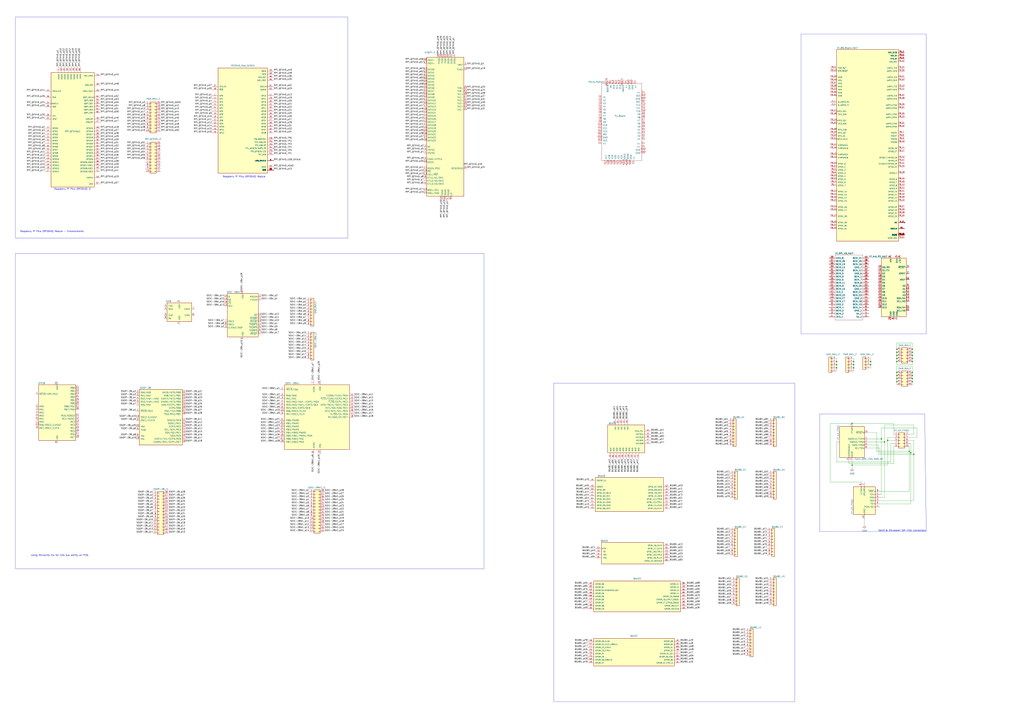
<source format=kicad_sch>
(kicad_sch (version 20230121) (generator eeschema)
  (paper "A1")
  (junction (at 749.3 292.1))
  (junction (at 728.98 361.95))
  (junction (at 749.3 289.56))
  (junction (at 699.77 347.98))
  (junction (at 726.44 363.22))
  (junction (at 746.76 370.84))
  (junction (at 736.6 294.64))
  (junction (at 736.6 306.07))
  (junction (at 687.07 299.72))
  (junction (at 687.07 302.26))
  (junction (at 749.3 308.61))
  (junction (at 736.6 311.15))
  (junction (at 750.57 373.38))
  (junction (at 723.9 360.68))
  (junction (at 699.77 382.27))
  (junction (at 736.6 289.56))
  (junction (at 701.04 299.72))
  (junction (at 736.6 313.69))
  (junction (at 749.3 294.64))
  (junction (at 701.04 302.26))
  (junction (at 736.6 308.61))
  (junction (at 736.6 297.18))
  (junction (at 736.6 287.02))
  (junction (at 736.6 292.1))
  (junction (at 715.01 299.72))
  (junction (at 701.04 297.18))
  (junction (at 687.07 297.18))
  (junction (at 749.3 297.18))
  (junction (at 748.03 372.11))
  (junction (at 749.3 313.69))
  (junction (at 715.01 297.18))
  (junction (at 749.3 311.15))
  (junction (at 749.3 287.02))
  (junction (at 749.3 306.07))
  (wire (pts (xy 736.6 281.94) (xy 736.6 287.02)))
  (wire (pts (xy 715.01 297.18) (xy 715.01 299.72)))
  (wire (pts (xy 728.98 359.41) (xy 734.06 359.41)))
  (wire (pts (xy 749.3 306.07) (xy 749.3 308.61)))
  (wire (pts (xy 736.6 306.07) (xy 736.6 300.99)))
  (wire (pts (xy 728.98 361.95) (xy 728.98 382.27)))
  (wire (pts (xy 734.06 347.98) (xy 734.06 356.87)))
  (wire (pts (xy 712.47 365.76) (xy 721.36 365.76)))
  (wire (pts (xy 736.6 313.69) (xy 736.6 316.23)))
  (wire (pts (xy 746.76 361.95) (xy 750.57 361.95)))
  (wire (pts (xy 681.99 396.24) (xy 681.99 347.98)))
  (wire (pts (xy 723.9 351.79) (xy 723.9 360.68)))
  (wire (pts (xy 697.23 381) (xy 734.06 381)))
  (wire (pts (xy 736.6 299.72) (xy 736.6 297.18)))
  (wire (pts (xy 749.3 289.56) (xy 749.3 292.1)))
  (wire (pts (xy 699.77 347.98) (xy 734.06 347.98)))
  (wire (pts (xy 687.07 379.73) (xy 687.07 363.22)))
  (wire (pts (xy 687.07 299.72) (xy 687.07 302.26)))
  (polyline (pts (xy 454.66 576.58) (xy 454.66 314.96)))
  (wire (pts (xy 748.03 364.49) (xy 748.03 372.11)))
  (wire (pts (xy 726.44 349.25) (xy 726.44 363.22)))
  (wire (pts (xy 736.6 300.99) (xy 749.3 300.99)))
  (wire (pts (xy 736.6 308.61) (xy 736.6 311.15)))
  (wire (pts (xy 749.3 287.02) (xy 749.3 281.94)))
  (wire (pts (xy 749.3 297.18) (xy 749.3 299.72)))
  (polyline (pts (xy 760.73 436.88) (xy 673.1 436.88)))
  (wire (pts (xy 736.6 287.02) (xy 736.6 289.56)))
  (wire (pts (xy 736.6 292.1) (xy 736.6 294.64)))
  (wire (pts (xy 701.04 299.72) (xy 701.04 302.26)))
  (wire (pts (xy 731.52 379.73) (xy 687.07 379.73)))
  (polyline (pts (xy 12.7 467.36) (xy 12.7 208.28)))
  (wire (pts (xy 749.3 281.94) (xy 736.6 281.94)))
  (wire (pts (xy 701.04 294.64) (xy 701.04 297.18)))
  (wire (pts (xy 736.6 311.15) (xy 736.6 313.69)))
  (wire (pts (xy 749.3 300.99) (xy 749.3 306.07)))
  (wire (pts (xy 687.07 363.22) (xy 689.61 363.22)))
  (polyline (pts (xy 760.73 27.94) (xy 760.73 274.32)))
  (polyline (pts (xy 454.66 314.96) (xy 652.78 314.96)))
  (polyline (pts (xy 12.7 208.28) (xy 397.51 208.28)))
  (wire (pts (xy 715.01 294.64) (xy 715.01 297.18)))
  (wire (pts (xy 734.06 381) (xy 734.06 367.03)))
  (wire (pts (xy 712.47 368.3) (xy 722.63 368.3)))
  (wire (pts (xy 699.77 382.27) (xy 699.77 378.46)))
  (polyline (pts (xy 285.75 195.58) (xy 12.7 195.58)))
  (wire (pts (xy 750.57 356.87) (xy 750.57 349.25)))
  (polyline (pts (xy 12.7 195.58) (xy 12.7 13.97)))
  (wire (pts (xy 715.01 299.72) (xy 715.01 302.26)))
  (wire (pts (xy 709.93 426.72) (xy 709.93 431.8)))
  (polyline (pts (xy 657.86 274.32) (xy 657.86 27.94)))
  (wire (pts (xy 750.57 373.38) (xy 750.57 411.48)))
  (wire (pts (xy 736.6 294.64) (xy 736.6 297.18)))
  (polyline (pts (xy 397.51 208.28) (xy 397.51 467.36)))
  (wire (pts (xy 701.04 297.18) (xy 701.04 299.72)))
  (wire (pts (xy 734.06 361.95) (xy 728.98 361.95)))
  (wire (pts (xy 746.76 370.84) (xy 746.76 403.86)))
  (wire (pts (xy 722.63 368.3) (xy 722.63 372.11)))
  (wire (pts (xy 748.03 414.02) (xy 722.63 414.02)))
  (wire (pts (xy 750.57 349.25) (xy 726.44 349.25)))
  (wire (pts (xy 697.23 378.46) (xy 697.23 381)))
  (polyline (pts (xy 657.86 27.94) (xy 760.73 27.94)))
  (wire (pts (xy 728.98 382.27) (xy 699.77 382.27)))
  (wire (pts (xy 746.76 403.86) (xy 722.63 403.86)))
  (wire (pts (xy 731.52 364.49) (xy 731.52 379.73)))
  (wire (pts (xy 736.6 306.07) (xy 736.6 308.61)))
  (wire (pts (xy 701.04 302.26) (xy 701.04 304.8)))
  (wire (pts (xy 712.47 360.68) (xy 723.9 360.68)))
  (wire (pts (xy 749.3 292.1) (xy 749.3 294.64)))
  (wire (pts (xy 746.76 364.49) (xy 748.03 364.49)))
  (wire (pts (xy 749.3 287.02) (xy 749.3 289.56)))
  (polyline (pts (xy 673.1 340.36) (xy 759.46 340.36)))
  (polyline (pts (xy 759.46 340.36) (xy 760.73 436.88)))
  (wire (pts (xy 734.06 364.49) (xy 731.52 364.49)))
  (wire (pts (xy 749.3 311.15) (xy 749.3 313.69)))
  (wire (pts (xy 750.57 411.48) (xy 722.63 411.48)))
  (polyline (pts (xy 673.1 436.88) (xy 673.1 340.36)))
  (wire (pts (xy 749.3 313.69) (xy 749.3 316.23)))
  (wire (pts (xy 749.3 294.64) (xy 749.3 297.18)))
  (wire (pts (xy 721.36 373.38) (xy 750.57 373.38)))
  (wire (pts (xy 728.98 359.41) (xy 728.98 361.95)))
  (wire (pts (xy 720.09 370.84) (xy 746.76 370.84)))
  (wire (pts (xy 726.44 408.94) (xy 722.63 408.94)))
  (wire (pts (xy 749.3 299.72) (xy 736.6 299.72)))
  (wire (pts (xy 749.3 308.61) (xy 749.3 311.15)))
  (wire (pts (xy 736.6 289.56) (xy 736.6 292.1)))
  (wire (pts (xy 712.47 355.6) (xy 720.09 355.6)))
  (wire (pts (xy 746.76 359.41) (xy 753.11 359.41)))
  (wire (pts (xy 687.07 302.26) (xy 687.07 304.8)))
  (wire (pts (xy 723.9 406.4) (xy 722.63 406.4)))
  (wire (pts (xy 687.07 297.18) (xy 687.07 299.72)))
  (wire (pts (xy 748.03 372.11) (xy 748.03 414.02)))
  (wire (pts (xy 712.47 363.22) (xy 726.44 363.22)))
  (wire (pts (xy 753.11 351.79) (xy 723.9 351.79)))
  (wire (pts (xy 726.44 363.22) (xy 726.44 408.94)))
  (wire (pts (xy 723.9 360.68) (xy 723.9 406.4)))
  (wire (pts (xy 746.76 370.84) (xy 746.76 367.03)))
  (wire (pts (xy 746.76 356.87) (xy 750.57 356.87)))
  (wire (pts (xy 699.77 382.27) (xy 699.77 384.81)))
  (wire (pts (xy 687.07 294.64) (xy 687.07 297.18)))
  (polyline (pts (xy 760.73 274.32) (xy 657.86 274.32)))
  (wire (pts (xy 748.03 372.11) (xy 722.63 372.11)))
  (wire (pts (xy 753.11 359.41) (xy 753.11 351.79)))
  (polyline (pts (xy 285.75 13.97) (xy 285.75 195.58)))
  (wire (pts (xy 720.09 355.6) (xy 720.09 370.84)))
  (wire (pts (xy 681.99 347.98) (xy 699.77 347.98)))
  (polyline (pts (xy 12.7 13.97) (xy 285.75 13.97)))
  (polyline (pts (xy 652.78 576.58) (xy 454.66 576.58)))
  (polyline (pts (xy 652.78 314.96) (xy 652.78 576.58)))
  (wire (pts (xy 707.39 396.24) (xy 681.99 396.24)))
  (polyline (pts (xy 397.51 467.36) (xy 12.7 467.36)))
  (wire (pts (xy 721.36 365.76) (xy 721.36 373.38)))
  (wire (pts (xy 750.57 361.95) (xy 750.57 373.38)))
  (text "SW10 & Microsemi ISP JTAG connectors" (at 721.36 436.88 0) (effects (font (size 1.27 1.27)) (justify left bottom)))
  (text "Raspberry Pi Pico (RP2040) Module - Enhancements\n\n" (at 16.51 193.04 0) (effects (font (size 1.27 1.27)) (justify left bottom)))
  (text "Raspberry Pi Pico (RP2040) Module\n" (at 182.88 146.05 0) (effects (font (size 1.27 1.27)) (justify left bottom)))
  (text "Using Microchip ICs for CAN bus ability on PCB." (at 25.4 457.2 0) (effects (font (size 1.27 1.27)) (justify left bottom)))
  (text "Raspberry Pi Pico (RP2040) IC\n" (at 44.45 156.21 0) (effects (font (size 1.27 1.27)) (justify left bottom)))
  (label "BGA81_pD3" (at 549.91 455.93 0))
  (label "BGA81_pJ9" (at 612.14 538.48 180))
  (label "BGA81_pC8" (at 563.88 482.6 0))
  (label "SOIC-28W1_p5" (at 229.87 332.74 180))
  (label "BGA81_pA5" (at 598.17 355.6 180))
  (label "SSOP-28_p7" (at 125.73 420.37 180))
  (label "SOIC-28W1_p12" (at 290.83 327.66 0))
  (label "RPi_QFN40_p20" (at 36.83 95.25 180))
  (label "RPi_QFN40_p53" (at 347.98 77.47 180))
  (label "BGA81_pH4" (at 483.87 407.67 180))
  (label "RPi_QFN40_p48" (at 82.55 69.85 0))
  (label "SOIC-28W1_p1" (at 229.87 320.04 180))
  (label "BGA81_pB1" (at 504.19 377.19 270))
  (label "SSOP-28_p25" (at 138.43 412.75 0))
  (label "RPi_QFN40_p30" (at 173.99 73.66 180))
  (label "BGA81_pA1" (at 534.67 354.33 0))
  (label "RPi_QFN40_p20" (at 224.79 83.82 0))
  (label "BGA81_pA4" (at 598.17 353.06 180))
  (label "RPi_QFN40_p9" (at 173.99 93.98 180))
  (label "BGA81_pF9" (at 629.92 455.93 180))
  (label "SOIC-28W1_p14" (at 254 436.88 180))
  (label "RPi_QFN40_p37" (at 347.98 113.03 180))
  (label "BGA81_pC9" (at 563.88 490.22 0))
  (label "SOIC-18W_p3" (at 251.46 251.46 180))
  (label "BGA81_pH1" (at 524.51 377.19 270))
  (label "BGA81_pG3" (at 549.91 400.05 0))
  (label "BGA81_pB7" (at 631.19 360.68 180))
  (label "BGA81_pA8" (at 598.17 363.22 180))
  (label "RPi_QFN40_p6" (at 347.98 151.13 180))
  (label "RPi_QFN40_p19" (at 224.79 81.28 0))
  (label "BGA81_pD6" (at 631.19 401.32 180))
  (label "BGA81_pJ4" (at 483.87 405.13 180))
  (label "BGA81_pG6" (at 558.8 539.75 0))
  (label "RPi_QFN40_p43" (at 82.55 62.23 0))
  (label "RPi_QFN40_p37" (at 82.55 130.81 0))
  (label "SSOP-28_p15" (at 152.4 355.6 0))
  (label "RPi_QFN40_p1" (at 173.99 78.74 180))
  (label "BGA81_pJ8" (at 558.8 529.59 0))
  (label "RPi_QFN40_p13" (at 36.83 130.81 180))
  (label "BGA81_pE4" (at 599.44 443.23 180))
  (label "SOIC-28W1_p23" (at 266.7 416.56 0))
  (label "SOIC-28W1_p25" (at 229.87 355.6 180))
  (label "SOIC-18W_p8" (at 251.46 264.16 180))
  (label "BGA81_pC1" (at 599.44 388.62 180))
  (label "BGA81_pB3" (at 549.91 461.01 0))
  (label "RPi_QFN40_p7" (at 36.83 118.11 180))
  (label "BGA81_pA5" (at 482.6 480.06 180))
  (label "RPi_QFN40_p30" (at 383.54 85.09 0))
  (label "SOIC-18W_p12" (at 214.63 259.08 0))
  (label "BGA81_pJ2" (at 549.91 402.59 0))
  (label "SSOP-28_p2" (at 111.76 322.58 180))
  (label "RPi_QFN40_p14" (at 36.83 133.35 180))
  (label "RPi_QFN40_p31" (at 82.55 118.11 0))
  (label "BGA81_pH2" (at 631.19 478.79 180))
  (label "BGA81_pJ4" (at 612.14 525.78 180))
  (label "RPi_QFN40_p10" (at 50.8 54.61 90))
  (label "SSOP-28_p1" (at 125.73 405.13 180))
  (label "RPi_QFN40_p24" (at 383.54 74.93 0))
  (label "SSOP-28_p10" (at 111.76 342.9 180))
  (label "SOIC-18W_p18" (at 199.39 238.76 90))
  (label "BGA81_pC9" (at 599.44 408.94 180))
  (label "BGA81_pG4" (at 600.71 483.87 180))
  (label "SSOP-28_p25" (at 152.4 332.74 0))
  (label "BGA81_pG6" (at 600.71 488.95 180))
  (label "BGA81_pE7" (at 599.44 450.85 180))
  (label "RPi_QFN40_p2" (at 36.83 105.41 180))
  (label "BGA81_pJ5" (at 612.14 528.32 180))
  (label "RPi_QFN40_p22" (at 53.34 54.61 90))
  (label "BGA81_pE6" (at 599.44 448.31 180))
  (label "BGA81_pG2" (at 600.71 478.79 180))
  (label "BGA81_pD7" (at 631.19 403.86 180))
  (label "SOIC-28W1_p16" (at 290.83 337.82 0))
  (label "SOIC-28W1_p11" (at 290.83 325.12 0))
  (label "BGA81_pF5" (at 629.92 445.77 180))
  (label "SSOP-28_p3" (at 125.73 410.21 180))
  (label "RPi_QFN40_p38" (at 347.98 110.49 180))
  (label "RPi_QFN40_p5" (at 173.99 86.36 180))
  (label "SOIC-28W1_p12" (at 254 431.8 180))
  (label "SSOP-28_p10" (at 125.73 427.99 180))
  (label "SSOP-28_p9" (at 111.76 345.44 180))
  (label "RPi_QFN40_p25" (at 383.54 72.39 0))
  (label "RPi_QFN40_p1" (at 373.38 44.45 90))
  (label "RPi_QFN40_p32" (at 82.55 120.65 0))
  (label "BGA81_pC6" (at 599.44 401.32 180))
  (label "BGA81_pC5" (at 599.44 398.78 180))
  (label "SSOP-28_p28" (at 138.43 405.13 0))
  (label "RPi_QFN40_p21" (at 224.79 86.36 0))
  (label "SOIC-18W_p11" (at 214.63 261.62 0))
  (label "BGA81_pG4" (at 483.87 410.21 180))
  (label "BGA81_pC8" (at 599.44 406.4 180))
  (label "RPi_QFN40_p47" (at 82.55 100.33 0))
  (label "RPi_QFN40_p17" (at 119.38 92.71 180))
  (label "RPi_QFN40_p52" (at 347.98 85.09 180))
  (label "RPi_QFN40_p15" (at 347.98 158.75 180))
  (label "SSOP-28_p5" (at 111.76 330.2 180))
  (label "RPi_QFN40_p35" (at 347.98 133.35 180))
  (label "SOIC-18W_p16" (at 251.46 289.56 180))
  (label "RPi_QFN40_p1" (at 48.26 54.61 90))
  (label "RPi_QFN40_p6" (at 36.83 115.57 180))
  (label "RPi_QFN40_p42" (at 132.08 87.63 0))
  (label "SOIC-18W_p2" (at 214.63 243.84 0))
  (label "RPi_QFN40_p4" (at 36.83 110.49 180))
  (label "RPi_QFN40_AGND" (at 224.79 137.16 0))
  (label "BGA81_pB6" (at 482.6 490.22 180))
  (label "BGA81_pB9" (at 631.19 365.76 180))
  (label "BGA81_pE2" (at 549.91 415.29 0))
  (label "BGA81_pA7" (at 534.67 361.95 0))
  (label "BGA81_pJ3" (at 612.14 523.24 180))
  (label "RPi_QFN40_p32" (at 224.79 106.68 0))
  (label "RPi_QFN40_p17" (at 36.83 140.97 180))
  (label "RPi_QFN40_p38" (at 82.55 133.35 0))
  (label "RPi_QFN40_p53" (at 82.55 82.55 0))
  (label "RPi_QFN40_AGND" (at 132.08 85.09 0))
  (label "SSOP-28_p27" (at 138.43 407.67 0))
  (label "RPi_QFN40_p40" (at 82.55 138.43 0))
  (label "SOIC-28W1_p10" (at 229.87 337.82 180))
  (label "RPi_QFN40_p11" (at 36.83 125.73 180))
  (label "SOIC-28W1_p15" (at 266.7 436.88 0))
  (label "BGA81_pF9" (at 515.62 344.17 90))
  (label "SSOP-28_p24" (at 138.43 415.29 0))
  (label "BGA81_pE9" (at 516.89 377.19 270))
  (label "RPi_QFN40_p7" (at 173.99 91.44 180))
  (label "BGA81_pF2" (at 629.92 438.15 180))
  (label "SOIC-28W1_p18" (at 266.7 429.26 0))
  (label "BGA81_pF7" (at 629.92 450.85 180))
  (label "RPi_QFN40_p13" (at 347.98 143.51 180))
  (label "SOIC-18W_p5" (at 214.63 269.24 0))
  (label "RPi_QFN40_p46" (at 82.55 97.79 0))
  (label "RPi_QFN40_p22" (at 383.54 87.63 0))
  (label "RPi_QFN40_p15" (at 36.83 135.89 180))
  (label "SSOP-28_p26" (at 138.43 410.21 0))
  (label "BGA81_pD3" (at 631.19 393.7 180))
  (label "BGA81_pH2" (at 549.91 405.13 0))
  (label "RPi_QFN40_p21" (at 383.54 90.17 0))
  (label "BGA81_pJ1" (at 534.67 356.87 0))
  (label "SOIC-28W1_p3" (at 229.87 327.66 180))
  (label "RPi_QFN40_p42" (at 347.98 100.33 180))
  (label "RPi_QFN40_p54" (at 347.98 74.93 180))
  (label "SOIC-28W1_p27" (at 229.87 360.68 180))
  (label "RPi_QFN40_p51" (at 82.55 90.17 0))
  (label "SSOP-28_p15" (at 138.43 438.15 0))
  (label "RPi_QFN40_p28" (at 119.38 100.33 180))
  (label "SOIC-28W1_p18" (at 290.83 342.9 0))
  (label "BGA81_pD1" (at 509.27 377.19 270))
  (label "SSOP-28_p3" (at 111.76 325.12 180))
  (label "SSOP-28_p17" (at 152.4 360.68 0))
  (label "RPi_QFN40_TP4" (at 224.79 121.92 0))
  (label "SOIC-28W1_p8" (at 257.81 373.38 270))
  (label "BGA81_pH5" (at 631.19 486.41 180))
  (label "SOIC-18W_p13" (at 251.46 281.94 180))
  (label "BGA81_pG1" (at 549.91 410.21 0))
  (label "BGA81_pD9" (at 563.88 497.84 0))
  (label "RPi_QFN40_p8" (at 347.98 146.05 180))
  (label "BGA81_pE8" (at 599.44 453.39 180))
  (label "BGA81_pG8" (at 558.8 532.13 0))
  (label "SOIC-28W1_p15" (at 290.83 335.28 0))
  (label "SOIC-18W_p4" (at 214.63 266.7 0))
  (label "SOIC-28W1_p13" (at 290.83 330.2 0))
  (label "SSOP-28_p9" (at 125.73 425.45 180))
  (label "SOIC-18W_p6" (at 214.63 271.78 0))
  (label "RPi_QFN40_p7" (at 347.98 148.59 180))
  (label "SSOP-28_p13" (at 125.73 435.61 180))
  (label "BGA81_pA6" (at 598.17 358.14 180))
  (label "SOIC-28W1_p22" (at 266.7 419.1 0))
  (label "BGA81_pJ6" (at 612.14 530.86 180))
  (label "RPi_QFN40_p30" (at 82.55 115.57 0))
  (label "BGA81_pE3" (at 549.91 453.39 0))
  (label "BGA81_pE1" (at 599.44 435.61 180))
  (label "SOIC-18W_p16" (at 184.15 248.92 180))
  (label "RPi_QFN40_p47" (at 347.98 87.63 180))
  (label "SOIC-18W_p5" (at 251.46 256.54 180))
  (label "RPi_QFN40_pD1" (at 224.79 71.12 0))
  (label "SOIC-28W1_p24" (at 266.7 414.02 0))
  (label "RPi_QFN40_p18" (at 82.55 105.41 0))
  (label "BGA81_pF2" (at 513.08 344.17 90))
  (label "RPi_QFN40_p40" (at 347.98 105.41 180))
  (label "BGA81_pF3" (at 629.92 440.69 180))
  (label "SOIC-18W_p7" (at 251.46 261.62 180))
  (label "RPi_QFN40_p2" (at 347.98 120.65 180))
  (label "BGA81_pH3" (at 631.19 481.33 180))
  (label "BGA81_pH6" (at 558.8 542.29 0))
  (label "BGA81_pB3" (at 631.19 350.52 180))
  (label "BGA81_pB6" (at 631.19 358.14 180))
  (label "BGA81_pJ7" (at 558.8 537.21 0))
  (label "RPi_QFN40_p35" (at 82.55 125.73 0))
  (label "SOIC-18W_p10" (at 214.63 264.16 0))
  (label "SOIC-28W1_p3" (at 254 408.94 180))
  (label "RPi_QFN40_p33" (at 119.38 102.87 180))
  (label "RPi_QFN40_p56" (at 347.98 49.53 180))
  (label "RPi_QFN40_p14" (at 347.98 156.21 180))
  (label "BGA81_pC1" (at 505.46 344.17 90))
  (label "BGA81_pD6" (at 563.88 485.14 0))
  (label "BGA81_pD2" (at 631.19 391.16 180))
  (label "RPi_QFN40_p33" (at 368.3 44.45 90))
  (label "BGA81_pE9" (at 599.44 455.93 180))
  (label "RPi_QFN40_p31" (at 383.54 82.55 0))
  (label "SOIC-18W_p7" (at 184.15 264.16 180))
  (label "RPi_QFN40_p12" (at 173.99 101.6 180))
  (label "RPi_QFN40_p33" (at 55.88 54.61 90))
  (label "RPi_QFN40_p18" (at 360.68 44.45 90))
  (label "RPi_QFN40_p49" (at 381 135.89 0))
  (label "RPi_QFN40_p48" (at 132.08 102.87 0))
  (label "BGA81_pC3" (at 599.44 393.7 180))
  (label "BGA81_pE5" (at 599.44 445.77 180))
  (label "RPi_QFN40_p39" (at 224.79 60.96 0))
  (label "BGA81_pH9" (at 482.6 544.83 180))
  (label "SOIC-18W_p11" (at 251.46 276.86 180))
  (label "RPi_QFN40_p55" (at 347.98 72.39 180))
  (label "BGA81_pG2" (at 519.43 377.19 270))
  (label "SOIC-28W1_p6" (at 254 416.56 180))
  (label "SOIC-28W1_p5" (at 254 414.02 180))
  (label "BGA81_pD2" (at 549.91 450.85 0))
  (label "BGA81_pD5" (at 511.81 377.19 270))
  (label "RPi_QFN40_USB_Shield" (at 224.79 132.08 0))
  (label "BGA81_pB5" (at 631.19 355.6 180))
  (label "SOIC-28W1_p25" (at 266.7 411.48 0))
  (label "RPi_QFN40_p49" (at 132.08 105.41 0))
  (label "BGA81_pH8" (at 558.8 534.67 0))
  (label "RPi_QFN40_p24" (at 36.83 85.09 180))
  (label "RPi_QFN40_p4" (at 173.99 83.82 180))
  (label "BGA81_pH4" (at 631.19 483.87 180))
  (label "SOIC-28W1_p6" (at 229.87 335.28 180))
  (label "BGA81_pD9" (at 631.19 408.94 180))
  (label "RPi_QFN40_p8" (at 119.38 87.63 180))
  (label "BGA81_pH5" (at 483.87 400.05 180))
  (label "RPi_QFN40_TP3" (at 224.79 119.38 0))
  (label "BGA81_pJ5" (at 483.87 394.97 180))
  (label "RPi_QFN40_p41" (at 82.55 140.97 0))
  (label "BGA81_pG1" (at 600.71 476.25 180))
  (label "RPi_QFN40_p16" (at 365.76 163.83 270))
  (label "BGA81_pB5" (at 482.6 482.6 180))
  (label "SOIC-28W1_p9" (at 229.87 340.36 180))
  (label "RPi_QFN40_p3" (at 36.83 107.95 180))
  (label "SOIC-28W1_p2" (at 254 406.4 180))
  (label "RPi_QFN40_p41" (at 347.98 102.87 180))
  (label "RPi_QFN40_p16" (at 36.83 138.43 180))
  (label "RPi_QFN40_p26" (at 36.83 80.01 180))
  (label "BGA81_pE7" (at 482.6 529.59 180))
  (label "SSOP-28_p14" (at 152.4 353.06 0))
  (label "RPi_QFN40_TP1" (at 224.79 127 0))
  (label "RPi_QFN40_p56" (at 119.38 130.81 180))
  (label "RPi_QFN40_p14" (at 173.99 104.14 180))
  (label "RPi_QFN40_p23" (at 63.5 54.61 90))
  (label "RPi_QFN40_p54" (at 82.55 87.63 0))
  (label "SSOP-28_p7" (at 111.76 332.74 180))
  (label "RPi_QFN40_p8" (at 36.83 120.65 180))
  (label "RPi_QFN40_p50" (at 132.08 107.95 0))
  (label "BGA81_pC7" (at 599.44 403.86 180))
  (label "RPi_QFN40_p43" (at 132.08 90.17 0))
  (label "SOIC-18W_p10" (at 251.46 274.32 180))
  (label "RPi_QFN40_p59" (at 347.98 67.31 180))
  (label "SSOP-28_p13" (at 152.4 350.52 0))
  (label "SOIC-18W_p18" (at 251.46 294.64 180))
  (label "SOIC-28W1_p13" (at 254 434.34 180))
  (label "RPi_QFN40_p37" (at 173.99 71.12 180))
  (label "BGA81_pF4" (at 629.92 443.23 180))
  (label "SSOP-28_p16" (at 138.43 435.61 0))
  (label "BGA81_pC4" (at 488.95 450.85 180))
  (label "RPi_QFN40_p39" (at 82.55 135.89 0))
  (label "BGA81_pF5" (at 482.6 539.75 180))
  (label "BGA81_pD4" (at 508 344.17 90))
  (label "SOIC-18W_p1" (at 214.63 246.38 0))
  (label "RPi_QFN40_p6" (at 173.99 88.9 180))
  (label "RPi_QFN40_p12" (at 370.84 44.45 90))
  (label "SSOP-28_p16" (at 152.4 358.14 0))
  (label "RPi_QFN40_p19" (at 383.54 57.15 0))
  (label "RPi_QFN40_p9" (at 36.83 123.19 180))
  (label "RPi_QFN40_p40" (at 119.38 107.95 180))
  (label "BGA81_pB8" (at 631.19 363.22 180))
  (label "BGA81_pG9" (at 482.6 542.29 180))
  (label "BGA81_pE8" (at 563.88 500.38 0))
  (label "SOIC-18W_p14" (at 184.15 243.84 180))
  (label "SOIC-28W1_p20" (at 262.89 312.42 90))
  (label "BGA81_pH8" (at 631.19 494.03 180))
  (label "RPi_QFN40_p52" (at 82.55 80.01 0))
  (label "RPi_QFN40_p27" (at 82.55 107.95 0))
  (label "SOIC-18W_p10" (at 199.39 279.4 270))
  (label "SOIC-28W1_p16" (at 266.7 434.34 0))
  (label "RPi_QFN40_p3" (at 383.54 53.34 0))
  (label "RPi_QFN40_p39" (at 347.98 107.95 180))
  (label "RPi_QFN40_p45" (at 132.08 95.25 0))
  (label "SOIC-18W_p2" (at 251.46 248.92 180))
  (label "BGA81_pG5" (at 600.71 486.41 180))
  (label "BGA81_pJ9" (at 558.8 527.05 0))
  (label "RPi_QFN40_pD3" (at 224.79 73.66 0))
  (label "RPi_QFN40_p52" (at 347.98 82.55 180))
  (label "RPi_QFN40_p13" (at 224.79 139.7 0))
  (label "BGA81_pB8" (at 563.88 480.06 0))
  (label "SOIC-28W1_p28" (at 229.87 363.22 180))
  (label "RPi_QFN40_p17" (at 368.3 163.83 270))
  (label "RPi_QFN40_p50" (at 66.04 54.61 90))
  (label "BGA81_pB9" (at 563.88 487.68 0))
  (label "SOIC-18W_p17" (at 251.46 292.1 180))
  (label "BGA81_pG3" (at 600.71 481.33 180))
  (label "RPi_QFN40_p2" (at 173.99 81.28 180))
  (label "RPi_QFN40_p34" (at 224.79 109.22 0))
  (label "SOIC-28W1_p10" (at 254 426.72 180))
  (label "RPi_QFN40_p45" (at 347.98 92.71 180))
  (label "RPi_QFN40_p34" (at 383.54 138.43 0))
  (label "BGA81_pG8" (at 600.71 494.03 180))
  (label "BGA81_pA9" (at 598.17 365.76 180))
  (label "SOIC-28W1_p11" (at 254 429.26 180))
  (label "SOIC-28W1_p19" (at 266.7 426.72 0))
  (label "BGA81_pF1" (at 549.91 412.75 0))
  (label "RPi_QFN40_p53" (at 119.38 123.19 180))
  (label "RPi_QFN40_p23" (at 119.38 97.79 180))
  (label "SSOP-28_p12" (at 125.73 433.07 180))
  (label "SSOP-28_p11" (at 125.73 430.53 180))
  (label "RPi_QFN40_p13" (at 224.79 78.74 0))
  (label "SSOP-28_p22" (at 152.4 325.12 0))
  (label "SOIC-28W1_p9" (at 254 424.18 180))
  (label "SOIC-28W1_p7" (at 257.81 312.42 90))
  (label "SOIC-28W1_p26" (at 266.7 408.94 0))
  (label "SSOP-28_p20" (at 138.43 425.45 0))
  (label "RPi_QFN40_p36" (at 347.98 115.57 180))
  (label "BGA81_pF8" (at 482.6 527.05 180))
  (label "RPi_QFN40_p63" (at 347.98 57.15 180))
  (label "SSOP-28_p24" (at 152.4 330.2 0))
  (label "SOIC-28W1_p23" (at 229.87 350.52 180))
  (label "RPi_QFN40_p55" (at 119.38 128.27 180))
  (label "SOIC-18W_p15" (at 184.15 246.38 180))
  (label "BGA81_pJ2" (at 612.14 520.7 180))
  (label "SSOP-28_p14" (at 125.73 438.15 180))
  (label "SSOP-28_p11" (at 152.4 345.44 0))
  (label "BGA81_pC5" (at 482.6 485.14 180))
  (label "RPi_QFN40_p34" (at 82.55 123.19 0))
  (label "RPi_QFN40_p51" (at 119.38 118.11 180))
  (label "RPi_QFN40_p20" (at 363.22 163.83 270))
  (label "SSOP-28_p6" (at 111.76 353.06 180))
  (label "BGA81_pD5" (at 631.19 398.78 180))
  (label "SSOP-28_p27" (at 152.4 337.82 0))
  (label "BGA81_pE1" (at 549.91 417.83 0))
  (label "BGA81_pF6" (at 629.92 448.31 180))
  (label "RPi_QFN40_p11" (at 173.99 99.06 180))
  (label "SOIC-28W1_p26" (at 229.87 358.14 180))
  (label "BGA81_pA2" (at 501.65 377.19 270))
  (label "SOIC-18W_p4" (at 251.46 254 180))
  (label "BGA81_pC2" (at 549.91 448.31 0))
  (label "SOIC-28W1_p4" (at 229.87 330.2 180))
  (label "SOIC-18W_p17" (at 214.63 274.32 0))
  (label "SOIC-28W1_p19" (at 262.89 373.38 270))
  (label "RPi_QFN40_p56" (at 82.55 92.71 0))
  (label "RPi_QFN40_p55" (at 82.55 85.09 0))
  (label "SSOP-28_p5" (at 125.73 415.29 180))
  (label "BGA81_pG7" (at 521.97 377.19 270))
  (label "SSOP-28_p18" (at 152.4 363.22 0))
  (label "RPi_QFN40_p58" (at 347.98 69.85 180))
  (label "SSOP-28_p26" (at 152.4 335.28 0))
  (label "BGA81_pA8" (at 482.6 497.84 180))
  (label "SSOP-28_p23" (at 152.4 327.66 0))
  (label "RPi_QFN40_TP6" (at 224.79 114.3 0))
  (label "BGA81_pD4" (at 631.19 396.24 180))
  (label "RPi_QFN40_p52" (at 119.38 120.65 180))
  (label "SSOP-28_p21" (at 152.4 322.58 0))
  (label "RPi_QFN40_p43" (at 347.98 97.79 180))
  (label "SOIC-18W_p12" (at 251.46 279.4 180))
  (label "SOIC-18W_p14" (at 251.46 284.48 180))
  (label "BGA81_pA7" (at 598.17 360.68 180))
  (label "SSOP-28_p21" (at 138.43 422.91 0))
  (label "RPi_QFN40_p52" (at 347.98 80.01 180))
  (label "RPi_QFN40_p11" (at 347.98 138.43 180))
  (label "SOIC-18W_p13" (at 184.15 251.46 180))
  (label "RPi_QFN40_p36" (at 82.55 128.27 0))
  (label "BGA81_pG7" (at 600.71 491.49 180))
  (label "RPi_QFN40_p28" (at 383.54 77.47 0))
  (label "BGA81_pB4" (at 488.95 458.47 180))
  (label "BGA81_pF6" (at 482.6 537.21 180))
  (label "BGA81_pF3" (at 549.91 407.67 0))
  (label "RPi_QFN40_p49" (at 60.96 54.61 90))
  (label "RPi_QFN40_p47" (at 132.08 100.33 0))
  (label "BGA81_pG5" (at 483.87 402.59 180))
  (label "BGA81_pF7" (at 482.6 532.13 180))
  (label "SOIC-28W1_p24" (at 229.87 353.06 180))
  (label "BGA81_pE5" (at 510.54 344.17 90))
  (label "SSOP-28_p6" (at 125.73 417.83 180))
  (label "RPi_QFN40_p57" (at 347.98 52.07 180))
  (label "RPi_QFN40_p19" (at 82.55 146.05 0))
  (label "RPi_QFN40_p27" (at 383.54 80.01 0))
  (label "RPi_QFN40_p29" (at 363.22 44.45 90))
  (label "BGA81_pF4" (at 483.87 412.75 180))
  (label "SOIC-28W1_p21" (at 266.7 421.64 0))
  (label "RPi_QFN40_p12" (at 36.83 128.27 180))
  (label "SSOP-28_p22" (at 138.43 420.37 0))
  (label "RPi_QFN40_p9" (at 347.98 130.81 180))
  (label "RPi_QFN40_p5" (at 36.83 113.03 180))
  (label "RPi_QFN40_p42" (at 58.42 54.61 90))
  (label "BGA81_pH6" (at 631.19 488.95 180))
  (label "BGA81_pG9" (at 600.71 496.57 180))
  (label "SOIC-18W_p15" (at 251.46 287.02 180))
  (label "BGA81_pA6" (at 482.6 487.68 180))
  (label "RPi_QFN40_p46" (at 132.08 97.79 0))
  (label "SOIC-28W1_p14" (at 290.83 332.74 0))
  (label "BGA81_pD1" (at 631.19 388.62 180))
  (label "BGA81_pA3" (at 488.95 453.39 180))
  (label "SOIC-18W_p9" (at 251.46 266.7 180))
  (label "RPi_QFN40_p44" (at 36.83 74.93 180))
  (label "SOIC-28W1_p21" (at 229.87 345.44 180))
  (label "BGA81_pJ1" (at 612.14 518.16 180))
  (label "BGA81_pJ3" (at 483.87 415.29 180))
  (label "BGA81_pJ7" (at 612.14 533.4 180))
  (label "RPi_QFN40_p13" (at 119.38 90.17 180))
  (label "SOIC-28W1_p27" (at 266.7 406.4 0))
  (label "RPi_QFN40_p60" (at 347.98 64.77 180))
  (label "SOIC-18W_p8" (at 184.15 266.7 180))
  (label "BGA81_pJ6" (at 558.8 544.83 0))
  (label "BGA81_pA2" (at 598.17 347.98 180))
  (label "RPi_QFN40_p18" (at 119.38 95.25 180))
  (label "BGA81_pF1" (at 629.92 435.61 180))
  (label "RPi_QFN40_p16" (at 173.99 109.22 180))
  (label "RPi_QFN40_p35" (at 224.79 66.04 0))
  (label "RPi_QFN40_p25" (at 224.79 93.98 0))
  (label "SSOP-28_p4" (at 125.73 412.75 180))
  (label "RPi_QFN40_p57" (at 82.55 151.13 0))
  (label "SOIC-28W1_p22" (at 229.87 347.98 180))
  (label "SSOP-28_p19" (at 111.76 360.68 180))
  (label "BGA81_pC2" (at 599.44 391.16 180))
  (label "SSOP-28_p20" (at 111.76 350.52 180))
  (label "SOIC-28W1_p17" (at 290.83 340.36 0))
  (label "BGA81_pC6" (at 482.6 492.76 180))
  (label "BGA81_pD8" (at 631.19 406.4 180))
  (label "BGA81_pH3" (at 483.87 417.83 180))
  (label "BGA81_pH1" (at 631.19 476.25 180))
  (label "SOIC-28W1_p1" (at 254 403.86 180))
  (label "RPi_QFN40_p29" (at 82.55 113.03 0))
  (label "BGA81_pB7" (at 506.73 377.19 270))
  (label "RPi_QFN40_p21" (at 36.83 97.79 180))
  (label "BGA81_pB1" (at 631.19 345.44 180))
  (label "RPi_QFN40_p10" (at 347.98 140.97 180))
  (label "SSOP-28_p17" (at 138.43 433.07 0))
  (label "BGA81_pE3" (at 599.44 440.69 180))
  (label "RPi_QFN40_p26" (at 224.79 96.52 0))
  (label "RPi_QFN40_p61" (at 347.98 62.23 180))
  (label "BGA81_pD7" (at 563.88 492.76 0))
  (label "SSOP-28_p28" (at 152.4 340.36 0))
  (label "BGA81_pB4" (at 631.19 353.06 180))
  (label "RPi_QFN40_TP2" (at 224.79 116.84 0))
  (label "BGA81_pA9" (at 482.6 500.38 180))
  (label "SSOP-28_p19" (at 138.43 427.99 0))
  (label "RPi_QFN40_p62" (at 347.98 59.69 180))
  (label "RPi_QFN40_p5" (at 347.98 123.19 180))
  (label "BGA81_pB2" (at 534.67 359.41 0))
  (label "RPi_QFN40_p23" (at 365.76 44.45 90))
  (label "RPi_QFN40_p44" (at 132.08 92.71 0))
  (label "SSOP-28_p4" (at 111.76 327.66 180))
  (label "RPi_QFN40_p54" (at 119.38 125.73 180))
  (label "SOIC-18W_p6" (at 251.46 259.08 180))
  (label "SSOP-28_p23" (at 138.43 417.83 0))
  (label "BGA81_pA3" (at 598.17 350.52 180))
  (label "BGA81_pH9" (at 631.19 496.57 180))
  (label "RPi_QFN40_p29" (at 224.79 101.6 0))
  (label "BGA81_pE6" (at 482.6 534.67 180))
  (label "BGA81_pJ8" (at 612.14 535.94 180))
  (label "RPi_QFN40_p22" (at 224.79 88.9 0))
  (label "SOIC-28W1_p2" (at 229.87 325.12 180))
  (label "RPi_QFN40_p3" (at 119.38 85.09 180))
  (label "RPi_QFN40_p24" (at 224.79 91.44 0))
  (label "BGA81_pA1" (at 598.17 345.44 180))
  (label "RPi_QFN40_p25" (at 36.83 87.63 180))
  (label "SOIC-28W1_p17" (at 266.7 431.8 0))
  (label "BGA81_pF8" (at 629.92 453.39 180))
  (label "RPi_QFN40_p4" (at 347.98 125.73 180))
  (label "SOIC-28W1_p20" (at 266.7 424.18 0))
  (label "SSOP-28_p18" (at 138.43 430.53 0))
  (label "BGA81_pE4" (at 514.35 377.19 270))
  (label "BGA81_pC4" (at 599.44 396.24 180))
  (label "RPi_QFN40_p31" (at 224.79 104.14 0))
  (label "RPi_QFN40_p40" (at 224.79 58.42 0))
  (label "RPi_QFN40_p36" (at 224.79 63.5 0))
  (label "SOIC-28W1_p4" (at 254 411.48 180))
  (label "BGA81_pH7" (at 534.67 364.49 0))
  (label "SSOP-28_p12" (at 152.4 347.98 0))
  (label "BGA81_pD8" (at 563.88 495.3 0))
  (label "BGA81_pE2" (at 599.44 438.15 180))
  (label "SSOP-28_p2" (at 125.73 407.67 180))
  (label "SSOP-28_p8" (at 111.76 358.14 180))
  (label "SOIC-18W_p3" (at 184.15 269.24 180))
  (label "RPi_QFN40_p27" (at 224.79 99.06 0))
  (label "RPi_QFN40_p28" (at 82.55 110.49 0))
  (label "RPi_QFN40_p45" (at 82.55 74.93 0))
  (label "RPi_QFN40_p15" (at 173.99 106.68 180))
  (label "SOIC-28W1_p28" (at 266.7 403.86 0))
  (label "RPi_QFN40_p44" (at 347.98 95.25 180))
  (label "RPi_QFN40_p46" (at 347.98 90.17 180))
  (label "BGA81_pH7" (at 631.19 491.49 180))
  (label "BGA81_pB2" (at 631.19 347.98 180))
  (label "SOIC-18W_p1" (at 251.46 246.38 180))
  (label "BGA81_pA4" (at 488.95 455.93 180))
  (label "SOIC-28W1_p7" (at 254 419.1 180))
  (label "RPi_QFN40_p10" (at 173.99 96.52 180))
  (label "RPi_QFN40_TP5" (at 224.79 124.46 0))
  (label "SSOP-28_p8" (at 125.73 422.91 180))
  (label "BGA81_pC7" (at 482.6 495.3 180))
  (label "RPi_QFN40_p38" (at 119.38 105.41 180))
  (label "SOIC-28W1_p8" (at 254 421.64 180))
  (label "SSOP-28_p1" (at 111.76 337.82 180))
  (label "BGA81_pC3" (at 549.91 458.47 0))
  (symbol (lib_id "FPGAs-Ard_RPi_BB-rescue:T8F81C2-T8F81C2") (at 519.43 453.39 0) (unit 3)
    (property "Reference" "BGA2" (at 496.57 444.5 0))
    (property "Value" "T8F81C2-T8F81C2" (effects hide))
    (property "Footprint" "BGA81N50P9X9_500X500X93N" (effects hide))
    (property "STANDARD" "IPC-7351B" (effects hide))
    (property "PARTREV" "1" (effects hide))
    (property "MANUFACTURER" "Efinix" (effects hide))
    (property "MAXIMUM_PACKAGE_HEIGHT" "0.93mm" (effects hide))
  )
  (symbol (lib_id "FPGAs-Ard_RPi_BB-rescue:T8F81C2-T8F81C2") (at 514.35 361.95 0) (unit 1)
    (property "Reference" "BGA?" (at 502.92 347.98 0))
    (property "Value" "T8F81C2-T8F81C2" (effects hide))
    (property "Footprint" "BGA81N50P9X9_500X500X93N" (effects hide))
    (property "STANDARD" "IPC-7351B" (effects hide))
    (property "PARTREV" "1" (effects hide))
    (property "MANUFACTURER" "Efinix" (effects hide))
    (property "MAXIMUM_PACKAGE_HEIGHT" "0.93mm" (effects hide))
    (instances (project "FPGAs-Ard_RPi_BB" (path "" (reference "BGA?") (unit 1)) (path "" (reference "BGA2") (unit 1))))
  )
  (symbol (lib_id "FPGAs-Ard_RPi_BB-rescue:RP2040-RP2040") (at 59.69 107.95 0) (unit 1)
    (property "Reference" "RPi_QFN40p1" (at 59.69 107.95 0))
    (property "Value" "RP2040" (effects hide))
    (property "Footprint" "SnapEDA Library:QFN40P700X700X90-57N" (effects hide))
    (property "PARTREV" "1.6.1" (effects hide))
    (property "MAXIMUM_PACKAGE_HEIGHT" "0.9 mm" (effects hide))
    (property "MANUFACTURER" "Raspberry Pi" (effects hide))
    (property "STANDARD" "IPC 7351B" (effects hide))
  )
  (symbol (lib_id "FPGAs-Ard_RPi_BB-rescue:SC0915-SC0915") (at 199.39 99.06 0) (unit 1)
    (property "Reference" "RP2040_Mod_SC915" (at 199.39 53.975 0))
    (property "Value" "SC0915" (effects hide))
    (property "Footprint" "SnapEDA Library:MODULE_SC0915" (effects hide))
    (property "MANUFACTURER" "Raspberry Pi" (effects hide))
    (property "MAXIMUM_PACKAGE_HEIGHT" "3.73mm" (effects hide))
    (property "PARTREV" "1.6" (effects hide))
    (property "STANDARD" "Manufacturer Recommendations" (effects hide))
  )
  (symbol (lib_id "MCU_Module:Arduino_UNO_R3") (at 734.06 234.95 0) (unit 1)
    (property "Reference" "Ef_Ard_R3_Hdr?" (at 721.36 210.82 0))
    (property "Value" "Arduino_UNO_R3" (effects hide))
    (property "Footprint" "Module:Arduino_UNO_R3" (effects hide))
    (property "Datasheet" "https://www.arduino.cc/en/Main/arduinoBoardUno" (effects hide))
    (instances (project "FPGAs-Ard_RPi_BB" (path "" (reference "Ef_Ard_R3_Hdr?") (unit 1)) (path "" (reference "Ef_Ard_R3_Hdr?") (unit 1)) (path "" (reference "Ef_Ard_R3_Hdr?") (unit 1)) (path "" (reference "Ef_Ard_R3_Hdr1") (unit 1)) (path "" (reference "Ef_Ard_R3_Hdr?") (unit 1))))
  )
  (symbol (lib_id "FPGAs-Ard_RPi_BB-rescue:RASPBERRY_PI_4B_+_Samtec_ESP-120-33-G-D-RASPBERRY_PI_4B_+_Samtec_ESP-1") (at 680.72 212.09 0) (unit 1)
    (property "Reference" "Ef_RPi_4B_Hdr?" (at 693.42 208.28 0))
    (property "Value" "RASPBERRY_PI_4B_+_Samtec_ESP-120-33-G-D" (effects hide))
    (property "Footprint" "RASPBERRY_PI_4B_+_Samtec_ESP-1:RASPBERRYPI4B4GB" (effects hide))
    (property "Datasheet" "https://www.raspberrypi.org/documentation/hardware/raspberrypi/mechanical/rpi_MECH_4b_4p0.pdf" (effects hide))
    (property "Description" "RASPBERRY PI 4 MODEL B with Samtec ESP-120-33-G-D connector drawn from underneath for use as a plug in module." (effects hide))
    (property "Height" "24.3" (effects hide))
    (property "Manufacturer_Name" "RASPBERRY-PI" (effects hide))
    (property "Manufacturer_Part_Number" "RASPBERRY PI 4B + Samtec ESP-120-33-G-D" (effects hide))
    (instances (project "FPGAs-Ard_RPi_BB" (path "" (reference "Ef_RPi_4B_Hdr?") (unit 1)) (path "" (reference "Ef_RPi_4B_Hdr?") (unit 1)) (path "" (reference "Ef_RPi_4B_Hdr?") (unit 1)) (path "" (reference "Ef_RPi_4B_Hdr1") (unit 1)) (path "" (reference "Ef_RPi_4B_Hdr?") (unit 1))))
  )
  (symbol (lib_id "FPGAs-Ard_RPi_BB-rescue:BEAGLEBONEBLACK-BEAGLEBONEBLACK") (at 712.47 119.38 0) (unit 1)
    (property "Reference" "Ef_BB_Black_Hdr?" (at 695.96 39.37 0))
    (property "Value" "BEAGLEBONEBLACK" (effects hide))
    (property "Footprint" "BEAGLEBONEBLACK:MODULE_BEAGLEBONEBLACK" (effects hide))
    (property "MANUFACTURER" "Bearings Limited" (effects hide))
    (property "MAXIMUM_PACKAGE_HEIGHT" "4.76 mm" (effects hide))
    (property "PARTREV" "C" (effects hide))
    (property "STANDARD" "Manufacturer Recommendations" (effects hide))
    (instances (project "FPGAs-Ard_RPi_BB" (path "" (reference "Ef_BB_Black_Hdr?") (unit 1)) (path "" (reference "Ef_BB_Black_Hdr?") (unit 1)) (path "" (reference "Ef_BB_Black_Hdr?") (unit 1)) (path "" (reference "Ef_BB_Black_Hdr1") (unit 1)) (path "" (reference "Ef_BB_Black_Hdr?") (unit 1))))
  )
  (symbol (lib_id "Interface_CAN_LIN:MCP2551-I-P") (at 147.32 256.54 0) (unit 1)
    (property "Reference" "DIP8" (at 138.43 247.65 0))
    (property "Value" "MCP2551-I-P" (effects hide))
    (property "Footprint" "Package_DIP:DIP-8_W7.62mm" (effects hide))
    (property "Datasheet" "http://ww1.microchip.com/downloads/en/devicedoc/21667d.pdf" (effects hide))
  )
  (symbol (lib_id "Interface_CAN_LIN:MCP2515-xSO") (at 199.39 259.08 0) (unit 1)
    (property "Reference" "SOIC-18W1" (at 191.77 240.03 0))
    (property "Value" "MCP2515-xSO" (effects hide))
    (property "Footprint" "Package_SO:SOIC-18W_7.5x11.6mm_P1.27mm" (effects hide))
    (property "Datasheet" "http://ww1.microchip.com/downloads/en/DeviceDoc/21801e.pdf" (effects hide))
  )
  (symbol (lib_id "MCU_Microchip_PIC18:PIC18F26K22-xSP") (at 46.99 339.09 0) (unit 1)
    (property "Reference" "DIP28" (at 34.29 314.96 0))
    (property "Value" "PIC18F26K22-xSP" (effects hide))
    (property "Footprint" "Package_DIP:DIP-28_W7.62mm" (effects hide))
    (property "Datasheet" "http://ww1.microchip.com/downloads/en/DeviceDoc/40001412G.pdf" (effects hide))
  )
  (symbol (lib_id "MCU_Microchip_PIC18:PIC18LF26K80_ISS") (at 132.08 342.9 0) (unit 1)
    (property "Reference" "SSOP-28" (at 119.38 318.77 0))
    (property "Value" "PIC18LF26K80_ISS" (effects hide))
    (property "Footprint" "Package_SO:SSOP-28_5.3x10.2mm_P0.65mm" (effects hide))
    (property "Datasheet" "http://ww1.microchip.com/downloads/en/DeviceDoc/39977f.pdf" (effects hide))
  )
  (symbol (lib_id "MCU_Microchip_PIC18:PIC18LF2431-ISO") (at 260.35 342.9 0) (unit 1)
    (property "Reference" "SOIC-28W1" (at 240.03 314.96 0))
    (property "Value" "PIC18LF2431-ISO" (effects hide))
    (property "Footprint" "Package_SO:SOIC-28W_7.5x17.9mm_P1.27mm" (effects hide))
    (property "Datasheet" "http://ww1.microchip.com/downloads/en/DeviceDoc/39616d.pdf" (effects hide))
  )
  (symbol (lib_id "Connector_Generic:Conn_01x09") (at 256.54 256.54 0) (unit 1)
    (property "Reference" "GND_RAIL?" (at 259.08 252.73 90))
    (property "Value" "Conn_01x09" (effects hide))
    (property "Footprint" "Connector_PinHeader_1.00mm:PinHeader_1x09_P1.00mm_Vertical" (effects hide))
    (instances (project "FPGAs-Ard_RPi_BB" (path "" (reference "GND_RAIL?") (unit 1)) (path "" (reference "SOIC-18W_J1") (unit 1))))
  )
  (symbol (lib_id "Connector_Generic:Conn_01x09") (at 256.54 284.48 0) (unit 1)
    (property "Reference" "SOIC-18W_J?" (at 259.08 279.4 90))
    (property "Value" "Conn_01x09" (effects hide))
    (property "Footprint" "Connector_PinHeader_1.00mm:PinHeader_1x09_P1.00mm_Vertical" (effects hide))
    (instances (project "FPGAs-Ard_RPi_BB" (path "" (reference "SOIC-18W_J?") (unit 1)) (path "" (reference "SOIC-18W_J2") (unit 1))))
  )
  (symbol (lib_id "FPGAs-Ard_RPi_BB-rescue:T8F81C2-T8F81C2") (at 516.89 405.13 0) (unit 2)
    (property "Reference" "BGA2" (at 494.03 391.16 0))
    (property "Value" "T8F81C2-T8F81C2" (effects hide))
    (property "Footprint" "BGA81N50P9X9_500X500X93N" (effects hide))
    (property "STANDARD" "IPC-7351B" (effects hide))
    (property "PARTREV" "1" (effects hide))
    (property "MANUFACTURER" "Efinix" (effects hide))
    (property "MAXIMUM_PACKAGE_HEIGHT" "0.93mm" (effects hide))
  )
  (symbol (lib_id "FPGAs-Ard_RPi_BB-rescue:T8F81C2-T8F81C2") (at 523.24 490.22 0) (unit 4)
    (property "Reference" "BGA2" (at 523.24 475.615 0))
    (property "Value" "T8F81C2-T8F81C2" (effects hide))
    (property "Footprint" "BGA81N50P9X9_500X500X93N" (effects hide))
    (property "STANDARD" "IPC-7351B" (effects hide))
    (property "PARTREV" "1" (effects hide))
    (property "MANUFACTURER" "Efinix" (effects hide))
    (property "MAXIMUM_PACKAGE_HEIGHT" "0.93mm" (effects hide))
  )
  (symbol (lib_id "Connector_Generic:Conn_02x14_Counter_Clockwise") (at 259.08 419.1 0) (unit 1)
    (property "Reference" "SOIC-28W1_J1" (at 260.35 400.685 0))
    (property "Value" "Conn_02x14_Counter_Clockwise" (effects hide))
    (property "Footprint" "Connector_PinHeader_1.27mm:PinHeader_2x14_P1.27mm_Vertical_SMD" (effects hide))
  )
  (symbol (lib_id "FPGAs-Ard_RPi_BB-rescue:T8F81C2-T8F81C2") (at 520.7 534.67 0) (unit 5)
    (property "Reference" "BGA2" (at 520.7 522.605 0))
    (property "Value" "T8F81C2-T8F81C2" (effects hide))
    (property "Footprint" "BGA81N50P9X9_500X500X93N" (effects hide))
    (property "STANDARD" "IPC-7351B" (effects hide))
    (property "PARTREV" "1" (effects hide))
    (property "MANUFACTURER" "Efinix" (effects hide))
    (property "MAXIMUM_PACKAGE_HEIGHT" "0.93mm" (effects hide))
  )
  (symbol (lib_id "Connector_Generic:Conn_02x14_Counter_Clockwise") (at 130.81 420.37 0) (unit 1)
    (property "Reference" "SSOP-28_J1" (at 132.08 401.955 0))
    (property "Value" "Conn_02x14_Counter_Clockwise" (effects hide))
    (property "Footprint" "Connector_PinHeader_1.00mm:PinHeader_2x13_P1.00mm_Vertical_SMD" (effects hide))
  )
  (symbol (lib_id "power:GND") (at 709.93 431.8 0) (unit 1)
    (property "Reference" "#PWR?" (effects hide))
    (property "Value" "GND" (at 710.057 436.1942 0))
    (instances (project "FPGAs-Ard_RPi_BB" (path "" (reference "#PWR?") (unit 1)) (path "" (reference "#PWR011") (unit 1)) (path "" (reference "#PWR?") (unit 1))))
  )
  (symbol (lib_id "Connector:Microsemi_FlashPro-JTAG-10") (at 709.93 411.48 0) (unit 1)
    (property "Reference" "Ef_U2_JTAG2" (at 699.77 410.21 90) (effects (justify right)))
    (property "Value" "Microsemi_FlashPro-JTAG-10" (effects hide))
    (property "Footprint" "Connector_PinSocket_2.54mm:PinSocket_2x04_P2.54mm_Vertical" (effects hide))
    (property "Datasheet" "https://www.microsemi.com/document-portal/doc_view/129973-lpf-ac386-an" (effects hide))
    (instances (project "FPGAs-Ard_RPi_BB" (path "" (reference "Ef_U2_JTAG2") (unit 1)) (path "" (reference "Ef_U2_JTAG?") (unit 1))))
  )
  (symbol (lib_id "Connector_Generic:Conn_02x05_Odd_Even") (at 739.14 361.95 0) (unit 1)
    (property "Reference" "Ef_U2_JTAG3" (at 740.41 353.695 0))
    (property "Value" "Conn_02x05_Odd_Even" (effects hide))
    (property "Footprint" "Connector_PinSocket_1.27mm:PinSocket_2x05_P1.27mm_Vertical" (effects hide))
    (instances (project "FPGAs-Ard_RPi_BB" (path "" (reference "Ef_U2_JTAG3") (unit 1)) (path "" (reference "Ef_U2_JTAG?") (unit 1))))
  )
  (symbol (lib_id "power:GND") (at 699.77 384.81 0) (unit 1)
    (property "Reference" "#PWR?" (effects hide))
    (property "Value" "GND" (at 699.897 389.2042 0))
    (instances (project "FPGAs-Ard_RPi_BB" (path "" (reference "#PWR?") (unit 1)) (path "" (reference "#PWR010") (unit 1)) (path "" (reference "#PWR?") (unit 1))))
  )
  (symbol (lib_id "Connector:Conn_ARM_JTAG_SWD_10") (at 699.77 363.22 0) (unit 1)
    (property "Reference" "Ef_U2_JTAG1" (at 688.34 349.25 90) (effects (justify right)))
    (property "Value" "Conn_ARM_JTAG_SWD_10" (at 725.17 377.19 0) (effects (justify right)))
    (property "Footprint" "JTAG_Connector:Tag-Connect_TC2050-IDC-FP_2x05_P1.27mm_Vertical" (effects hide))
    (property "Datasheet" "http://infocenter.arm.com/help/topic/com.arm.doc.ddi0314h/DDI0314H_coresight_components_trm.pdf" (effects hide))
    (instances (project "FPGAs-Ard_RPi_BB" (path "" (reference "Ef_U2_JTAG1") (unit 1)) (path "" (reference "Ef_U2_JTAG?") (unit 1))))
  )
  (symbol (lib_id "Connector_Generic:Conn_01x09") (at 617.22 528.32 0) (unit 1)
    (property "Reference" "BGA81_J1" (at 615.95 515.62 0) (effects (justify left)))
    (property "Value" "Conn_01x09" (effects hide))
    (property "Footprint" "Connector_PinHeader_1.00mm:PinHeader_1x09_P1.00mm_Vertical" (effects hide))
  )
  (symbol (lib_id "Connector_Generic:Conn_02x10_Counter_Clockwise") (at 124.46 95.25 0) (unit 1)
    (property "Reference" "PWR_RAIL_?" (at 125.73 81.28 0))
    (property "Value" "Conn_02x010_Counter_Clockwise" (effects hide))
    (property "Footprint" "Connector_PinHeader_1.00mm:PinHeader_2x10_P1.00mm_Vertical" (effects hide))
    (instances (project "FPGAs-Ard_RPi_BB" (path "" (reference "PWR_RAIL_?") (unit 1)) (path "" (reference "RPi_QFN40_J1") (unit 1))))
  )
  (symbol (lib_id "Connector_Generic:Conn_02x10_Counter_Clockwise") (at 124.46 128.27 0) (unit 1)
    (property "Reference" "RPi_QFN40_J?" (at 125.73 114.3 0))
    (property "Value" "Conn_02x010_Counter_Clockwise" (effects hide))
    (property "Footprint" "Connector_PinHeader_1.00mm:PinHeader_2x10_P1.00mm_Vertical" (effects hide))
    (instances (project "FPGAs-Ard_RPi_BB" (path "" (reference "RPi_QFN40_J?") (unit 1)) (path "" (reference "RPi_QFN40_J2") (unit 1))))
  )
  (symbol (lib_id "TFP410PAP:TFP410PAP") (at 365.76 102.87 0) (unit 1)
    (property "Reference" "HTQFP-?" (at 353.06 43.18 0))
    (property "Value" "TFP410PAP" (effects hide))
    (property "Footprint" "Package_QFP:HTQFP-64-1EP_10x10mm_P0.5mm_EP8x8mm_Mask4.4x4.4mm_ThermalVias" (effects hide))
    (property "Datasheet" "http://www.ti.com/lit/ds/symlink/tfp410.pdf" (effects hide))
    (instances (project "FPGAs-Ard_RPi_BB" (path "" (reference "HTQFP-?") (unit 1)) (path "" (reference "HTQFP-64") (unit 1))))
  )
  (symbol (lib_id "Softgalaxy_Library:Py_Board") (at 510.54 88.9 0) (unit 1)
    (property "Reference" "Micro_Python1" (at 490.22 67.31 0))
    (property "Value" "Py_Board" (at 509.27 95.25 0))
    (property "Footprint" "Softgalaxy_Footprints:MICRO_PYTHON" (effects hide))
  )
  (symbol (lib_id "Connector_Generic:Conn_01x09") (at 603.25 355.6 0) (unit 1)
    (property "Reference" "BGA81_A1" (at 601.98 342.9 0) (effects (justify left)))
    (property "Value" "Conn_01x09" (effects hide))
    (property "Footprint" "Connector_PinHeader_1.00mm:PinHeader_1x09_P1.00mm_Vertical" (effects hide))
  )
  (symbol (lib_id "Connector_Generic:Conn_01x09") (at 636.27 355.6 0) (unit 1)
    (property "Reference" "BGA81_B1" (at 635 342.9 0) (effects (justify left)))
    (property "Value" "Conn_01x09" (effects hide))
    (property "Footprint" "Connector_PinHeader_1.00mm:PinHeader_1x09_P1.00mm_Vertical" (effects hide))
  )
  (symbol (lib_id "Connector_Generic:Conn_01x09") (at 604.52 398.78 0) (unit 1)
    (property "Reference" "BGA81_C1" (at 603.25 386.08 0) (effects (justify left)))
    (property "Value" "Conn_01x09" (effects hide))
    (property "Footprint" "Connector_PinHeader_1.00mm:PinHeader_1x09_P1.00mm_Vertical" (effects hide))
  )
  (symbol (lib_id "Connector_Generic:Conn_01x09") (at 636.27 398.78 0) (unit 1)
    (property "Reference" "BGA81_D1" (at 635 386.08 0) (effects (justify left)))
    (property "Value" "Conn_01x09" (effects hide))
    (property "Footprint" "Connector_PinHeader_1.00mm:PinHeader_1x09_P1.00mm_Vertical" (effects hide))
  )
  (symbol (lib_id "Connector_Generic:Conn_01x09") (at 604.52 445.77 0) (unit 1)
    (property "Reference" "BGA81_E1" (at 603.25 433.07 0) (effects (justify left)))
    (property "Value" "Conn_01x09" (effects hide))
    (property "Footprint" "Connector_PinHeader_1.00mm:PinHeader_1x09_P1.00mm_Vertical" (effects hide))
  )
  (symbol (lib_id "Connector_Generic:Conn_01x09") (at 635 445.77 0) (unit 1)
    (property "Reference" "BGA81_F1" (at 633.73 433.07 0) (effects (justify left)))
    (property "Value" "Conn_01x09" (effects hide))
    (property "Footprint" "Connector_PinHeader_1.00mm:PinHeader_1x09_P1.00mm_Vertical" (effects hide))
  )
  (symbol (lib_id "Connector_Generic:Conn_01x09") (at 605.79 486.41 0) (unit 1)
    (property "Reference" "BGA81_G1" (at 604.52 473.71 0) (effects (justify left)))
    (property "Value" "Conn_01x09" (effects hide))
    (property "Footprint" "Connector_PinHeader_1.00mm:PinHeader_1x09_P1.00mm_Vertical" (effects hide))
  )
  (symbol (lib_id "Connector_Generic:Conn_01x09") (at 636.27 486.41 0) (unit 1)
    (property "Reference" "BGA81_H1" (at 635 473.71 0) (effects (justify left)))
    (property "Value" "Conn_01x09" (effects hide))
    (property "Footprint" "Connector_PinHeader_1.00mm:PinHeader_1x09_P1.00mm_Vertical" (effects hide))
  )
  (symbol (lib_id "Connector_Generic:Conn_02x05_Row_Letter_First") (at 741.68 292.1 0) (unit 1)
    (property "Reference" "GND_RAIL?" (at 742.95 283.845 0))
    (property "Value" "Conn_02x05_Row_Letter_First" (effects hide))
    (property "Footprint" "Connector_PinHeader_1.00mm:PinHeader_2x05_P1.00mm_Vertical" (effects hide))
    (instances (project "FPGAs-Ard_RPi_BB" (path "" (reference "GND_RAIL?") (unit 1)) (path "" (reference "GND_RAIL1") (unit 1))))
  )
  (symbol (lib_id "Connector_Generic:Conn_02x05_Row_Letter_First") (at 741.68 311.15 0) (unit 1)
    (property "Reference" "PWR_RAIL?" (at 742.95 302.895 0))
    (property "Value" "Conn_02x05_Row_Letter_First" (effects hide))
    (property "Footprint" "Connector_PinHeader_1.00mm:PinHeader_2x05_P1.00mm_Vertical" (effects hide))
    (instances (project "FPGAs-Ard_RPi_BB" (path "" (reference "PWR_RAIL?") (unit 1)) (path "" (reference "PWR_RAIL_2") (unit 1))))
  )
  (symbol (lib_id "Connector_Generic:Conn_01x05") (at 681.99 299.72 180) (unit 1)
    (property "Reference" "GND_RAIL_?" (at 684.0728 291.2618 0))
    (property "Value" "Conn_01x05" (effects hide))
    (property "Footprint" "Connector_PinHeader_1.00mm:PinHeader_1x05_P1.00mm_Vertical" (effects hide))
    (instances (project "FPGAs-Ard_RPi_BB" (path "" (reference "GND_RAIL_?") (unit 1)) (path "" (reference "GND_RAIL_12") (unit 1))))
  )
  (symbol (lib_id "Connector_Generic:Conn_01x05") (at 695.96 299.72 180) (unit 1)
    (property "Reference" "PWR_RAIL_?" (at 698.0428 291.2618 0))
    (property "Value" "Conn_01x05" (effects hide))
    (property "Footprint" "Connector_PinHeader_1.00mm:PinHeader_1x05_P1.00mm_Vertical" (effects hide))
    (instances (project "FPGAs-Ard_RPi_BB" (path "" (reference "PWR_RAIL_?") (unit 1)) (path "" (reference "PWR_RAIL_13") (unit 1))))
  )
  (symbol (lib_id "Connector_Generic:Conn_01x04") (at 709.93 299.72 180) (unit 1)
    (property "Reference" "GND_RAIL_?" (at 712.0128 291.2618 0))
    (property "Value" "Conn_01x04" (effects hide))
    (property "Footprint" "Connector_PinHeader_1.00mm:PinHeader_1x04_P1.00mm_Vertical" (effects hide))
    (instances (project "FPGAs-Ard_RPi_BB" (path "" (reference "GND_RAIL_?") (unit 1)) (path "" (reference "GND_RAIL_13") (unit 1))))
  )
)
</source>
